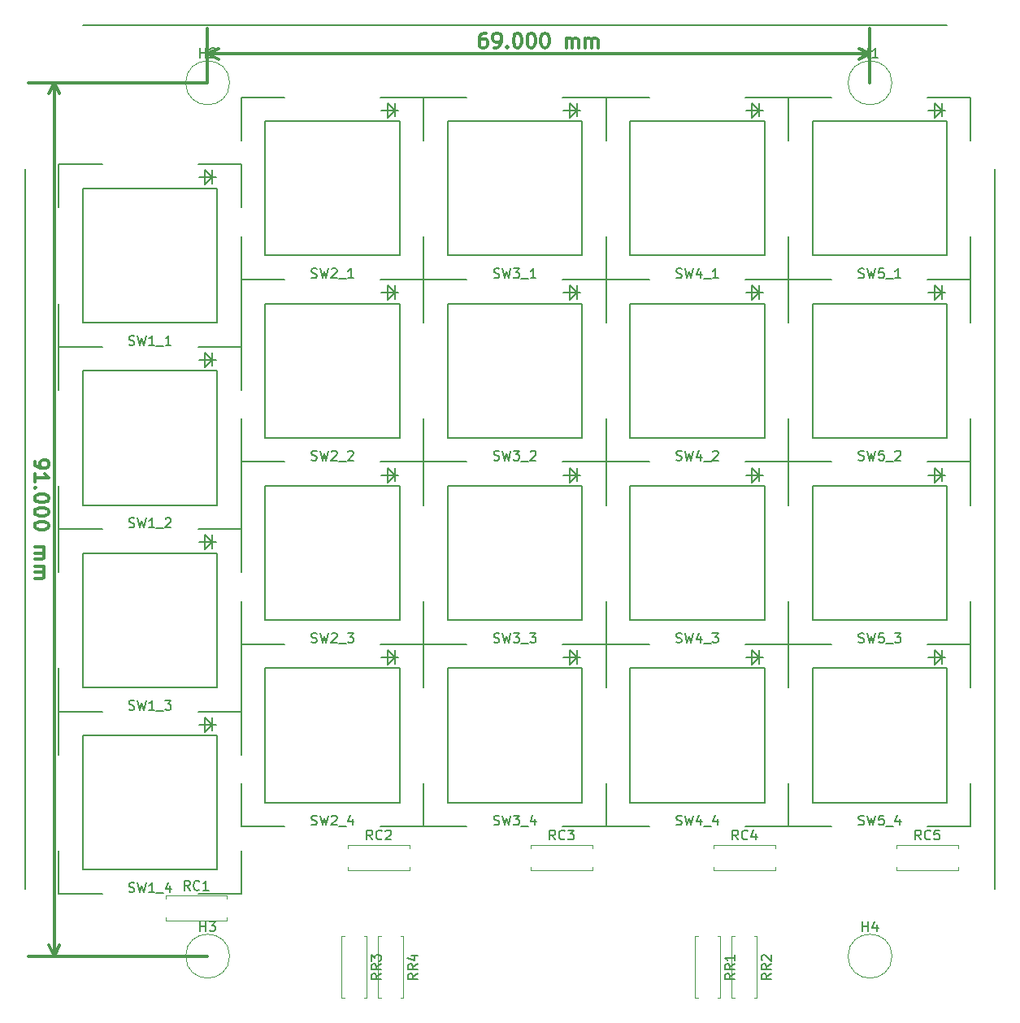
<source format=gbr>
%TF.GenerationSoftware,KiCad,Pcbnew,4.0.7*%
%TF.CreationDate,2017-11-07T22:47:46+00:00*%
%TF.ProjectId,gamepad,67616D657061642E6B696361645F7063,rev?*%
%TF.FileFunction,Legend,Top*%
%FSLAX46Y46*%
G04 Gerber Fmt 4.6, Leading zero omitted, Abs format (unit mm)*
G04 Created by KiCad (PCBNEW 4.0.7) date 11/07/17 22:47:46*
%MOMM*%
%LPD*%
G01*
G04 APERTURE LIST*
%ADD10C,0.100000*%
%ADD11C,0.200000*%
%ADD12C,0.300000*%
%ADD13C,0.120000*%
%ADD14C,0.150000*%
G04 APERTURE END LIST*
D10*
D11*
X148000000Y-129000000D02*
X148000000Y-54000000D01*
X47000000Y-54000000D02*
X47000000Y-129000000D01*
X143000000Y-39000000D02*
X53000000Y-39000000D01*
D12*
X47971429Y-84428572D02*
X47971429Y-84714287D01*
X48042857Y-84857144D01*
X48114286Y-84928572D01*
X48328571Y-85071430D01*
X48614286Y-85142858D01*
X49185714Y-85142858D01*
X49328571Y-85071430D01*
X49400000Y-85000001D01*
X49471429Y-84857144D01*
X49471429Y-84571430D01*
X49400000Y-84428572D01*
X49328571Y-84357144D01*
X49185714Y-84285715D01*
X48828571Y-84285715D01*
X48685714Y-84357144D01*
X48614286Y-84428572D01*
X48542857Y-84571430D01*
X48542857Y-84857144D01*
X48614286Y-85000001D01*
X48685714Y-85071430D01*
X48828571Y-85142858D01*
X47971429Y-86571429D02*
X47971429Y-85714286D01*
X47971429Y-86142858D02*
X49471429Y-86142858D01*
X49257143Y-86000001D01*
X49114286Y-85857143D01*
X49042857Y-85714286D01*
X48114286Y-87214286D02*
X48042857Y-87285714D01*
X47971429Y-87214286D01*
X48042857Y-87142857D01*
X48114286Y-87214286D01*
X47971429Y-87214286D01*
X49471429Y-88214286D02*
X49471429Y-88357143D01*
X49400000Y-88500000D01*
X49328571Y-88571429D01*
X49185714Y-88642858D01*
X48900000Y-88714286D01*
X48542857Y-88714286D01*
X48257143Y-88642858D01*
X48114286Y-88571429D01*
X48042857Y-88500000D01*
X47971429Y-88357143D01*
X47971429Y-88214286D01*
X48042857Y-88071429D01*
X48114286Y-88000000D01*
X48257143Y-87928572D01*
X48542857Y-87857143D01*
X48900000Y-87857143D01*
X49185714Y-87928572D01*
X49328571Y-88000000D01*
X49400000Y-88071429D01*
X49471429Y-88214286D01*
X49471429Y-89642857D02*
X49471429Y-89785714D01*
X49400000Y-89928571D01*
X49328571Y-90000000D01*
X49185714Y-90071429D01*
X48900000Y-90142857D01*
X48542857Y-90142857D01*
X48257143Y-90071429D01*
X48114286Y-90000000D01*
X48042857Y-89928571D01*
X47971429Y-89785714D01*
X47971429Y-89642857D01*
X48042857Y-89500000D01*
X48114286Y-89428571D01*
X48257143Y-89357143D01*
X48542857Y-89285714D01*
X48900000Y-89285714D01*
X49185714Y-89357143D01*
X49328571Y-89428571D01*
X49400000Y-89500000D01*
X49471429Y-89642857D01*
X49471429Y-91071428D02*
X49471429Y-91214285D01*
X49400000Y-91357142D01*
X49328571Y-91428571D01*
X49185714Y-91500000D01*
X48900000Y-91571428D01*
X48542857Y-91571428D01*
X48257143Y-91500000D01*
X48114286Y-91428571D01*
X48042857Y-91357142D01*
X47971429Y-91214285D01*
X47971429Y-91071428D01*
X48042857Y-90928571D01*
X48114286Y-90857142D01*
X48257143Y-90785714D01*
X48542857Y-90714285D01*
X48900000Y-90714285D01*
X49185714Y-90785714D01*
X49328571Y-90857142D01*
X49400000Y-90928571D01*
X49471429Y-91071428D01*
X47971429Y-93357142D02*
X48971429Y-93357142D01*
X48828571Y-93357142D02*
X48900000Y-93428570D01*
X48971429Y-93571428D01*
X48971429Y-93785713D01*
X48900000Y-93928570D01*
X48757143Y-93999999D01*
X47971429Y-93999999D01*
X48757143Y-93999999D02*
X48900000Y-94071428D01*
X48971429Y-94214285D01*
X48971429Y-94428570D01*
X48900000Y-94571428D01*
X48757143Y-94642856D01*
X47971429Y-94642856D01*
X47971429Y-95357142D02*
X48971429Y-95357142D01*
X48828571Y-95357142D02*
X48900000Y-95428570D01*
X48971429Y-95571428D01*
X48971429Y-95785713D01*
X48900000Y-95928570D01*
X48757143Y-95999999D01*
X47971429Y-95999999D01*
X48757143Y-95999999D02*
X48900000Y-96071428D01*
X48971429Y-96214285D01*
X48971429Y-96428570D01*
X48900000Y-96571428D01*
X48757143Y-96642856D01*
X47971429Y-96642856D01*
X50000000Y-45000000D02*
X50000000Y-136000000D01*
X66000000Y-45000000D02*
X47300000Y-45000000D01*
X66000000Y-136000000D02*
X47300000Y-136000000D01*
X50000000Y-136000000D02*
X49413579Y-134873496D01*
X50000000Y-136000000D02*
X50586421Y-134873496D01*
X50000000Y-45000000D02*
X49413579Y-46126504D01*
X50000000Y-45000000D02*
X50586421Y-46126504D01*
X95000001Y-39828571D02*
X94714287Y-39828571D01*
X94571430Y-39900000D01*
X94500001Y-39971429D01*
X94357144Y-40185714D01*
X94285715Y-40471429D01*
X94285715Y-41042857D01*
X94357144Y-41185714D01*
X94428572Y-41257143D01*
X94571430Y-41328571D01*
X94857144Y-41328571D01*
X95000001Y-41257143D01*
X95071430Y-41185714D01*
X95142858Y-41042857D01*
X95142858Y-40685714D01*
X95071430Y-40542857D01*
X95000001Y-40471429D01*
X94857144Y-40400000D01*
X94571430Y-40400000D01*
X94428572Y-40471429D01*
X94357144Y-40542857D01*
X94285715Y-40685714D01*
X95857143Y-41328571D02*
X96142858Y-41328571D01*
X96285715Y-41257143D01*
X96357143Y-41185714D01*
X96500001Y-40971429D01*
X96571429Y-40685714D01*
X96571429Y-40114286D01*
X96500001Y-39971429D01*
X96428572Y-39900000D01*
X96285715Y-39828571D01*
X96000001Y-39828571D01*
X95857143Y-39900000D01*
X95785715Y-39971429D01*
X95714286Y-40114286D01*
X95714286Y-40471429D01*
X95785715Y-40614286D01*
X95857143Y-40685714D01*
X96000001Y-40757143D01*
X96285715Y-40757143D01*
X96428572Y-40685714D01*
X96500001Y-40614286D01*
X96571429Y-40471429D01*
X97214286Y-41185714D02*
X97285714Y-41257143D01*
X97214286Y-41328571D01*
X97142857Y-41257143D01*
X97214286Y-41185714D01*
X97214286Y-41328571D01*
X98214286Y-39828571D02*
X98357143Y-39828571D01*
X98500000Y-39900000D01*
X98571429Y-39971429D01*
X98642858Y-40114286D01*
X98714286Y-40400000D01*
X98714286Y-40757143D01*
X98642858Y-41042857D01*
X98571429Y-41185714D01*
X98500000Y-41257143D01*
X98357143Y-41328571D01*
X98214286Y-41328571D01*
X98071429Y-41257143D01*
X98000000Y-41185714D01*
X97928572Y-41042857D01*
X97857143Y-40757143D01*
X97857143Y-40400000D01*
X97928572Y-40114286D01*
X98000000Y-39971429D01*
X98071429Y-39900000D01*
X98214286Y-39828571D01*
X99642857Y-39828571D02*
X99785714Y-39828571D01*
X99928571Y-39900000D01*
X100000000Y-39971429D01*
X100071429Y-40114286D01*
X100142857Y-40400000D01*
X100142857Y-40757143D01*
X100071429Y-41042857D01*
X100000000Y-41185714D01*
X99928571Y-41257143D01*
X99785714Y-41328571D01*
X99642857Y-41328571D01*
X99500000Y-41257143D01*
X99428571Y-41185714D01*
X99357143Y-41042857D01*
X99285714Y-40757143D01*
X99285714Y-40400000D01*
X99357143Y-40114286D01*
X99428571Y-39971429D01*
X99500000Y-39900000D01*
X99642857Y-39828571D01*
X101071428Y-39828571D02*
X101214285Y-39828571D01*
X101357142Y-39900000D01*
X101428571Y-39971429D01*
X101500000Y-40114286D01*
X101571428Y-40400000D01*
X101571428Y-40757143D01*
X101500000Y-41042857D01*
X101428571Y-41185714D01*
X101357142Y-41257143D01*
X101214285Y-41328571D01*
X101071428Y-41328571D01*
X100928571Y-41257143D01*
X100857142Y-41185714D01*
X100785714Y-41042857D01*
X100714285Y-40757143D01*
X100714285Y-40400000D01*
X100785714Y-40114286D01*
X100857142Y-39971429D01*
X100928571Y-39900000D01*
X101071428Y-39828571D01*
X103357142Y-41328571D02*
X103357142Y-40328571D01*
X103357142Y-40471429D02*
X103428570Y-40400000D01*
X103571428Y-40328571D01*
X103785713Y-40328571D01*
X103928570Y-40400000D01*
X103999999Y-40542857D01*
X103999999Y-41328571D01*
X103999999Y-40542857D02*
X104071428Y-40400000D01*
X104214285Y-40328571D01*
X104428570Y-40328571D01*
X104571428Y-40400000D01*
X104642856Y-40542857D01*
X104642856Y-41328571D01*
X105357142Y-41328571D02*
X105357142Y-40328571D01*
X105357142Y-40471429D02*
X105428570Y-40400000D01*
X105571428Y-40328571D01*
X105785713Y-40328571D01*
X105928570Y-40400000D01*
X105999999Y-40542857D01*
X105999999Y-41328571D01*
X105999999Y-40542857D02*
X106071428Y-40400000D01*
X106214285Y-40328571D01*
X106428570Y-40328571D01*
X106571428Y-40400000D01*
X106642856Y-40542857D01*
X106642856Y-41328571D01*
X66000000Y-42000000D02*
X135000000Y-42000000D01*
X66000000Y-45000000D02*
X66000000Y-39300000D01*
X135000000Y-45000000D02*
X135000000Y-39300000D01*
X135000000Y-42000000D02*
X133873496Y-42586421D01*
X135000000Y-42000000D02*
X133873496Y-41413579D01*
X66000000Y-42000000D02*
X67126504Y-42586421D01*
X66000000Y-42000000D02*
X67126504Y-41413579D01*
D13*
X68286000Y-45000000D02*
G75*
G03X68286000Y-45000000I-2286000J0D01*
G01*
X68286000Y-136000000D02*
G75*
G03X68286000Y-136000000I-2286000J0D01*
G01*
X137286000Y-136000000D02*
G75*
G03X137286000Y-136000000I-2286000J0D01*
G01*
D14*
X66477000Y-73110000D02*
X66477000Y-74507000D01*
X66477000Y-73872000D02*
X65715000Y-73110000D01*
X65715000Y-73110000D02*
X65715000Y-74634000D01*
X65715000Y-74634000D02*
X66477000Y-73872000D01*
X65080000Y-73872000D02*
X66858000Y-73872000D01*
X65000000Y-91500000D02*
X69500000Y-91500000D01*
X50500000Y-87000000D02*
X50500000Y-91500000D01*
X69500000Y-87000000D02*
X69500000Y-91500000D01*
X50500000Y-72500000D02*
X55000000Y-72500000D01*
X50500000Y-72500000D02*
X50500000Y-77000000D01*
X50500000Y-91500000D02*
X55000000Y-91500000D01*
X69500000Y-77000000D02*
X69500000Y-72500000D01*
X69500000Y-72500000D02*
X65000000Y-72500000D01*
X67000000Y-75000000D02*
X67000000Y-89000000D01*
X67000000Y-89000000D02*
X53000000Y-89000000D01*
X53000000Y-89000000D02*
X53000000Y-75000000D01*
X53000000Y-75000000D02*
X67000000Y-75000000D01*
D13*
X61600000Y-130020000D02*
X61600000Y-129690000D01*
X61600000Y-129690000D02*
X68020000Y-129690000D01*
X68020000Y-129690000D02*
X68020000Y-130020000D01*
X61600000Y-131980000D02*
X61600000Y-132310000D01*
X61600000Y-132310000D02*
X68020000Y-132310000D01*
X68020000Y-132310000D02*
X68020000Y-131980000D01*
X80610000Y-124750000D02*
X80610000Y-124420000D01*
X80610000Y-124420000D02*
X87030000Y-124420000D01*
X87030000Y-124420000D02*
X87030000Y-124750000D01*
X80610000Y-126710000D02*
X80610000Y-127040000D01*
X80610000Y-127040000D02*
X87030000Y-127040000D01*
X87030000Y-127040000D02*
X87030000Y-126710000D01*
X99660000Y-124750000D02*
X99660000Y-124420000D01*
X99660000Y-124420000D02*
X106080000Y-124420000D01*
X106080000Y-124420000D02*
X106080000Y-124750000D01*
X99660000Y-126710000D02*
X99660000Y-127040000D01*
X99660000Y-127040000D02*
X106080000Y-127040000D01*
X106080000Y-127040000D02*
X106080000Y-126710000D01*
X118710000Y-124750000D02*
X118710000Y-124420000D01*
X118710000Y-124420000D02*
X125130000Y-124420000D01*
X125130000Y-124420000D02*
X125130000Y-124750000D01*
X118710000Y-126710000D02*
X118710000Y-127040000D01*
X118710000Y-127040000D02*
X125130000Y-127040000D01*
X125130000Y-127040000D02*
X125130000Y-126710000D01*
X137760000Y-124750000D02*
X137760000Y-124420000D01*
X137760000Y-124420000D02*
X144180000Y-124420000D01*
X144180000Y-124420000D02*
X144180000Y-124750000D01*
X137760000Y-126710000D02*
X137760000Y-127040000D01*
X137760000Y-127040000D02*
X144180000Y-127040000D01*
X144180000Y-127040000D02*
X144180000Y-126710000D01*
D14*
X66477000Y-92110000D02*
X66477000Y-93507000D01*
X66477000Y-92872000D02*
X65715000Y-92110000D01*
X65715000Y-92110000D02*
X65715000Y-93634000D01*
X65715000Y-93634000D02*
X66477000Y-92872000D01*
X65080000Y-92872000D02*
X66858000Y-92872000D01*
X65000000Y-110500000D02*
X69500000Y-110500000D01*
X50500000Y-106000000D02*
X50500000Y-110500000D01*
X69500000Y-106000000D02*
X69500000Y-110500000D01*
X50500000Y-91500000D02*
X55000000Y-91500000D01*
X50500000Y-91500000D02*
X50500000Y-96000000D01*
X50500000Y-110500000D02*
X55000000Y-110500000D01*
X69500000Y-96000000D02*
X69500000Y-91500000D01*
X69500000Y-91500000D02*
X65000000Y-91500000D01*
X67000000Y-94000000D02*
X67000000Y-108000000D01*
X67000000Y-108000000D02*
X53000000Y-108000000D01*
X53000000Y-108000000D02*
X53000000Y-94000000D01*
X53000000Y-94000000D02*
X67000000Y-94000000D01*
X66477000Y-54110000D02*
X66477000Y-55507000D01*
X66477000Y-54872000D02*
X65715000Y-54110000D01*
X65715000Y-54110000D02*
X65715000Y-55634000D01*
X65715000Y-55634000D02*
X66477000Y-54872000D01*
X65080000Y-54872000D02*
X66858000Y-54872000D01*
X65000000Y-72500000D02*
X69500000Y-72500000D01*
X50500000Y-68000000D02*
X50500000Y-72500000D01*
X69500000Y-68000000D02*
X69500000Y-72500000D01*
X50500000Y-53500000D02*
X55000000Y-53500000D01*
X50500000Y-53500000D02*
X50500000Y-58000000D01*
X50500000Y-72500000D02*
X55000000Y-72500000D01*
X69500000Y-58000000D02*
X69500000Y-53500000D01*
X69500000Y-53500000D02*
X65000000Y-53500000D01*
X67000000Y-56000000D02*
X67000000Y-70000000D01*
X67000000Y-70000000D02*
X53000000Y-70000000D01*
X53000000Y-70000000D02*
X53000000Y-56000000D01*
X53000000Y-56000000D02*
X67000000Y-56000000D01*
X66477000Y-111110000D02*
X66477000Y-112507000D01*
X66477000Y-111872000D02*
X65715000Y-111110000D01*
X65715000Y-111110000D02*
X65715000Y-112634000D01*
X65715000Y-112634000D02*
X66477000Y-111872000D01*
X65080000Y-111872000D02*
X66858000Y-111872000D01*
X65000000Y-129500000D02*
X69500000Y-129500000D01*
X50500000Y-125000000D02*
X50500000Y-129500000D01*
X69500000Y-125000000D02*
X69500000Y-129500000D01*
X50500000Y-110500000D02*
X55000000Y-110500000D01*
X50500000Y-110500000D02*
X50500000Y-115000000D01*
X50500000Y-129500000D02*
X55000000Y-129500000D01*
X69500000Y-115000000D02*
X69500000Y-110500000D01*
X69500000Y-110500000D02*
X65000000Y-110500000D01*
X67000000Y-113000000D02*
X67000000Y-127000000D01*
X67000000Y-127000000D02*
X53000000Y-127000000D01*
X53000000Y-127000000D02*
X53000000Y-113000000D01*
X53000000Y-113000000D02*
X67000000Y-113000000D01*
X85477000Y-47110000D02*
X85477000Y-48507000D01*
X85477000Y-47872000D02*
X84715000Y-47110000D01*
X84715000Y-47110000D02*
X84715000Y-48634000D01*
X84715000Y-48634000D02*
X85477000Y-47872000D01*
X84080000Y-47872000D02*
X85858000Y-47872000D01*
X84000000Y-65500000D02*
X88500000Y-65500000D01*
X69500000Y-61000000D02*
X69500000Y-65500000D01*
X88500000Y-61000000D02*
X88500000Y-65500000D01*
X69500000Y-46500000D02*
X74000000Y-46500000D01*
X69500000Y-46500000D02*
X69500000Y-51000000D01*
X69500000Y-65500000D02*
X74000000Y-65500000D01*
X88500000Y-51000000D02*
X88500000Y-46500000D01*
X88500000Y-46500000D02*
X84000000Y-46500000D01*
X86000000Y-49000000D02*
X86000000Y-63000000D01*
X86000000Y-63000000D02*
X72000000Y-63000000D01*
X72000000Y-63000000D02*
X72000000Y-49000000D01*
X72000000Y-49000000D02*
X86000000Y-49000000D01*
X85477000Y-66110000D02*
X85477000Y-67507000D01*
X85477000Y-66872000D02*
X84715000Y-66110000D01*
X84715000Y-66110000D02*
X84715000Y-67634000D01*
X84715000Y-67634000D02*
X85477000Y-66872000D01*
X84080000Y-66872000D02*
X85858000Y-66872000D01*
X84000000Y-84500000D02*
X88500000Y-84500000D01*
X69500000Y-80000000D02*
X69500000Y-84500000D01*
X88500000Y-80000000D02*
X88500000Y-84500000D01*
X69500000Y-65500000D02*
X74000000Y-65500000D01*
X69500000Y-65500000D02*
X69500000Y-70000000D01*
X69500000Y-84500000D02*
X74000000Y-84500000D01*
X88500000Y-70000000D02*
X88500000Y-65500000D01*
X88500000Y-65500000D02*
X84000000Y-65500000D01*
X86000000Y-68000000D02*
X86000000Y-82000000D01*
X86000000Y-82000000D02*
X72000000Y-82000000D01*
X72000000Y-82000000D02*
X72000000Y-68000000D01*
X72000000Y-68000000D02*
X86000000Y-68000000D01*
X85477000Y-85110000D02*
X85477000Y-86507000D01*
X85477000Y-85872000D02*
X84715000Y-85110000D01*
X84715000Y-85110000D02*
X84715000Y-86634000D01*
X84715000Y-86634000D02*
X85477000Y-85872000D01*
X84080000Y-85872000D02*
X85858000Y-85872000D01*
X84000000Y-103500000D02*
X88500000Y-103500000D01*
X69500000Y-99000000D02*
X69500000Y-103500000D01*
X88500000Y-99000000D02*
X88500000Y-103500000D01*
X69500000Y-84500000D02*
X74000000Y-84500000D01*
X69500000Y-84500000D02*
X69500000Y-89000000D01*
X69500000Y-103500000D02*
X74000000Y-103500000D01*
X88500000Y-89000000D02*
X88500000Y-84500000D01*
X88500000Y-84500000D02*
X84000000Y-84500000D01*
X86000000Y-87000000D02*
X86000000Y-101000000D01*
X86000000Y-101000000D02*
X72000000Y-101000000D01*
X72000000Y-101000000D02*
X72000000Y-87000000D01*
X72000000Y-87000000D02*
X86000000Y-87000000D01*
X85477000Y-104110000D02*
X85477000Y-105507000D01*
X85477000Y-104872000D02*
X84715000Y-104110000D01*
X84715000Y-104110000D02*
X84715000Y-105634000D01*
X84715000Y-105634000D02*
X85477000Y-104872000D01*
X84080000Y-104872000D02*
X85858000Y-104872000D01*
X84000000Y-122500000D02*
X88500000Y-122500000D01*
X69500000Y-118000000D02*
X69500000Y-122500000D01*
X88500000Y-118000000D02*
X88500000Y-122500000D01*
X69500000Y-103500000D02*
X74000000Y-103500000D01*
X69500000Y-103500000D02*
X69500000Y-108000000D01*
X69500000Y-122500000D02*
X74000000Y-122500000D01*
X88500000Y-108000000D02*
X88500000Y-103500000D01*
X88500000Y-103500000D02*
X84000000Y-103500000D01*
X86000000Y-106000000D02*
X86000000Y-120000000D01*
X86000000Y-120000000D02*
X72000000Y-120000000D01*
X72000000Y-120000000D02*
X72000000Y-106000000D01*
X72000000Y-106000000D02*
X86000000Y-106000000D01*
X104477000Y-66110000D02*
X104477000Y-67507000D01*
X104477000Y-66872000D02*
X103715000Y-66110000D01*
X103715000Y-66110000D02*
X103715000Y-67634000D01*
X103715000Y-67634000D02*
X104477000Y-66872000D01*
X103080000Y-66872000D02*
X104858000Y-66872000D01*
X103000000Y-84500000D02*
X107500000Y-84500000D01*
X88500000Y-80000000D02*
X88500000Y-84500000D01*
X107500000Y-80000000D02*
X107500000Y-84500000D01*
X88500000Y-65500000D02*
X93000000Y-65500000D01*
X88500000Y-65500000D02*
X88500000Y-70000000D01*
X88500000Y-84500000D02*
X93000000Y-84500000D01*
X107500000Y-70000000D02*
X107500000Y-65500000D01*
X107500000Y-65500000D02*
X103000000Y-65500000D01*
X105000000Y-68000000D02*
X105000000Y-82000000D01*
X105000000Y-82000000D02*
X91000000Y-82000000D01*
X91000000Y-82000000D02*
X91000000Y-68000000D01*
X91000000Y-68000000D02*
X105000000Y-68000000D01*
X104477000Y-47110000D02*
X104477000Y-48507000D01*
X104477000Y-47872000D02*
X103715000Y-47110000D01*
X103715000Y-47110000D02*
X103715000Y-48634000D01*
X103715000Y-48634000D02*
X104477000Y-47872000D01*
X103080000Y-47872000D02*
X104858000Y-47872000D01*
X103000000Y-65500000D02*
X107500000Y-65500000D01*
X88500000Y-61000000D02*
X88500000Y-65500000D01*
X107500000Y-61000000D02*
X107500000Y-65500000D01*
X88500000Y-46500000D02*
X93000000Y-46500000D01*
X88500000Y-46500000D02*
X88500000Y-51000000D01*
X88500000Y-65500000D02*
X93000000Y-65500000D01*
X107500000Y-51000000D02*
X107500000Y-46500000D01*
X107500000Y-46500000D02*
X103000000Y-46500000D01*
X105000000Y-49000000D02*
X105000000Y-63000000D01*
X105000000Y-63000000D02*
X91000000Y-63000000D01*
X91000000Y-63000000D02*
X91000000Y-49000000D01*
X91000000Y-49000000D02*
X105000000Y-49000000D01*
X104477000Y-104110000D02*
X104477000Y-105507000D01*
X104477000Y-104872000D02*
X103715000Y-104110000D01*
X103715000Y-104110000D02*
X103715000Y-105634000D01*
X103715000Y-105634000D02*
X104477000Y-104872000D01*
X103080000Y-104872000D02*
X104858000Y-104872000D01*
X103000000Y-122500000D02*
X107500000Y-122500000D01*
X88500000Y-118000000D02*
X88500000Y-122500000D01*
X107500000Y-118000000D02*
X107500000Y-122500000D01*
X88500000Y-103500000D02*
X93000000Y-103500000D01*
X88500000Y-103500000D02*
X88500000Y-108000000D01*
X88500000Y-122500000D02*
X93000000Y-122500000D01*
X107500000Y-108000000D02*
X107500000Y-103500000D01*
X107500000Y-103500000D02*
X103000000Y-103500000D01*
X105000000Y-106000000D02*
X105000000Y-120000000D01*
X105000000Y-120000000D02*
X91000000Y-120000000D01*
X91000000Y-120000000D02*
X91000000Y-106000000D01*
X91000000Y-106000000D02*
X105000000Y-106000000D01*
X104477000Y-85110000D02*
X104477000Y-86507000D01*
X104477000Y-85872000D02*
X103715000Y-85110000D01*
X103715000Y-85110000D02*
X103715000Y-86634000D01*
X103715000Y-86634000D02*
X104477000Y-85872000D01*
X103080000Y-85872000D02*
X104858000Y-85872000D01*
X103000000Y-103500000D02*
X107500000Y-103500000D01*
X88500000Y-99000000D02*
X88500000Y-103500000D01*
X107500000Y-99000000D02*
X107500000Y-103500000D01*
X88500000Y-84500000D02*
X93000000Y-84500000D01*
X88500000Y-84500000D02*
X88500000Y-89000000D01*
X88500000Y-103500000D02*
X93000000Y-103500000D01*
X107500000Y-89000000D02*
X107500000Y-84500000D01*
X107500000Y-84500000D02*
X103000000Y-84500000D01*
X105000000Y-87000000D02*
X105000000Y-101000000D01*
X105000000Y-101000000D02*
X91000000Y-101000000D01*
X91000000Y-101000000D02*
X91000000Y-87000000D01*
X91000000Y-87000000D02*
X105000000Y-87000000D01*
X123477000Y-47110000D02*
X123477000Y-48507000D01*
X123477000Y-47872000D02*
X122715000Y-47110000D01*
X122715000Y-47110000D02*
X122715000Y-48634000D01*
X122715000Y-48634000D02*
X123477000Y-47872000D01*
X122080000Y-47872000D02*
X123858000Y-47872000D01*
X122000000Y-65500000D02*
X126500000Y-65500000D01*
X107500000Y-61000000D02*
X107500000Y-65500000D01*
X126500000Y-61000000D02*
X126500000Y-65500000D01*
X107500000Y-46500000D02*
X112000000Y-46500000D01*
X107500000Y-46500000D02*
X107500000Y-51000000D01*
X107500000Y-65500000D02*
X112000000Y-65500000D01*
X126500000Y-51000000D02*
X126500000Y-46500000D01*
X126500000Y-46500000D02*
X122000000Y-46500000D01*
X124000000Y-49000000D02*
X124000000Y-63000000D01*
X124000000Y-63000000D02*
X110000000Y-63000000D01*
X110000000Y-63000000D02*
X110000000Y-49000000D01*
X110000000Y-49000000D02*
X124000000Y-49000000D01*
X123477000Y-66110000D02*
X123477000Y-67507000D01*
X123477000Y-66872000D02*
X122715000Y-66110000D01*
X122715000Y-66110000D02*
X122715000Y-67634000D01*
X122715000Y-67634000D02*
X123477000Y-66872000D01*
X122080000Y-66872000D02*
X123858000Y-66872000D01*
X122000000Y-84500000D02*
X126500000Y-84500000D01*
X107500000Y-80000000D02*
X107500000Y-84500000D01*
X126500000Y-80000000D02*
X126500000Y-84500000D01*
X107500000Y-65500000D02*
X112000000Y-65500000D01*
X107500000Y-65500000D02*
X107500000Y-70000000D01*
X107500000Y-84500000D02*
X112000000Y-84500000D01*
X126500000Y-70000000D02*
X126500000Y-65500000D01*
X126500000Y-65500000D02*
X122000000Y-65500000D01*
X124000000Y-68000000D02*
X124000000Y-82000000D01*
X124000000Y-82000000D02*
X110000000Y-82000000D01*
X110000000Y-82000000D02*
X110000000Y-68000000D01*
X110000000Y-68000000D02*
X124000000Y-68000000D01*
X123477000Y-85110000D02*
X123477000Y-86507000D01*
X123477000Y-85872000D02*
X122715000Y-85110000D01*
X122715000Y-85110000D02*
X122715000Y-86634000D01*
X122715000Y-86634000D02*
X123477000Y-85872000D01*
X122080000Y-85872000D02*
X123858000Y-85872000D01*
X122000000Y-103500000D02*
X126500000Y-103500000D01*
X107500000Y-99000000D02*
X107500000Y-103500000D01*
X126500000Y-99000000D02*
X126500000Y-103500000D01*
X107500000Y-84500000D02*
X112000000Y-84500000D01*
X107500000Y-84500000D02*
X107500000Y-89000000D01*
X107500000Y-103500000D02*
X112000000Y-103500000D01*
X126500000Y-89000000D02*
X126500000Y-84500000D01*
X126500000Y-84500000D02*
X122000000Y-84500000D01*
X124000000Y-87000000D02*
X124000000Y-101000000D01*
X124000000Y-101000000D02*
X110000000Y-101000000D01*
X110000000Y-101000000D02*
X110000000Y-87000000D01*
X110000000Y-87000000D02*
X124000000Y-87000000D01*
X123477000Y-104110000D02*
X123477000Y-105507000D01*
X123477000Y-104872000D02*
X122715000Y-104110000D01*
X122715000Y-104110000D02*
X122715000Y-105634000D01*
X122715000Y-105634000D02*
X123477000Y-104872000D01*
X122080000Y-104872000D02*
X123858000Y-104872000D01*
X122000000Y-122500000D02*
X126500000Y-122500000D01*
X107500000Y-118000000D02*
X107500000Y-122500000D01*
X126500000Y-118000000D02*
X126500000Y-122500000D01*
X107500000Y-103500000D02*
X112000000Y-103500000D01*
X107500000Y-103500000D02*
X107500000Y-108000000D01*
X107500000Y-122500000D02*
X112000000Y-122500000D01*
X126500000Y-108000000D02*
X126500000Y-103500000D01*
X126500000Y-103500000D02*
X122000000Y-103500000D01*
X124000000Y-106000000D02*
X124000000Y-120000000D01*
X124000000Y-120000000D02*
X110000000Y-120000000D01*
X110000000Y-120000000D02*
X110000000Y-106000000D01*
X110000000Y-106000000D02*
X124000000Y-106000000D01*
X142477000Y-104110000D02*
X142477000Y-105507000D01*
X142477000Y-104872000D02*
X141715000Y-104110000D01*
X141715000Y-104110000D02*
X141715000Y-105634000D01*
X141715000Y-105634000D02*
X142477000Y-104872000D01*
X141080000Y-104872000D02*
X142858000Y-104872000D01*
X141000000Y-122500000D02*
X145500000Y-122500000D01*
X126500000Y-118000000D02*
X126500000Y-122500000D01*
X145500000Y-118000000D02*
X145500000Y-122500000D01*
X126500000Y-103500000D02*
X131000000Y-103500000D01*
X126500000Y-103500000D02*
X126500000Y-108000000D01*
X126500000Y-122500000D02*
X131000000Y-122500000D01*
X145500000Y-108000000D02*
X145500000Y-103500000D01*
X145500000Y-103500000D02*
X141000000Y-103500000D01*
X143000000Y-106000000D02*
X143000000Y-120000000D01*
X143000000Y-120000000D02*
X129000000Y-120000000D01*
X129000000Y-120000000D02*
X129000000Y-106000000D01*
X129000000Y-106000000D02*
X143000000Y-106000000D01*
X142477000Y-85110000D02*
X142477000Y-86507000D01*
X142477000Y-85872000D02*
X141715000Y-85110000D01*
X141715000Y-85110000D02*
X141715000Y-86634000D01*
X141715000Y-86634000D02*
X142477000Y-85872000D01*
X141080000Y-85872000D02*
X142858000Y-85872000D01*
X141000000Y-103500000D02*
X145500000Y-103500000D01*
X126500000Y-99000000D02*
X126500000Y-103500000D01*
X145500000Y-99000000D02*
X145500000Y-103500000D01*
X126500000Y-84500000D02*
X131000000Y-84500000D01*
X126500000Y-84500000D02*
X126500000Y-89000000D01*
X126500000Y-103500000D02*
X131000000Y-103500000D01*
X145500000Y-89000000D02*
X145500000Y-84500000D01*
X145500000Y-84500000D02*
X141000000Y-84500000D01*
X143000000Y-87000000D02*
X143000000Y-101000000D01*
X143000000Y-101000000D02*
X129000000Y-101000000D01*
X129000000Y-101000000D02*
X129000000Y-87000000D01*
X129000000Y-87000000D02*
X143000000Y-87000000D01*
X142477000Y-66110000D02*
X142477000Y-67507000D01*
X142477000Y-66872000D02*
X141715000Y-66110000D01*
X141715000Y-66110000D02*
X141715000Y-67634000D01*
X141715000Y-67634000D02*
X142477000Y-66872000D01*
X141080000Y-66872000D02*
X142858000Y-66872000D01*
X141000000Y-84500000D02*
X145500000Y-84500000D01*
X126500000Y-80000000D02*
X126500000Y-84500000D01*
X145500000Y-80000000D02*
X145500000Y-84500000D01*
X126500000Y-65500000D02*
X131000000Y-65500000D01*
X126500000Y-65500000D02*
X126500000Y-70000000D01*
X126500000Y-84500000D02*
X131000000Y-84500000D01*
X145500000Y-70000000D02*
X145500000Y-65500000D01*
X145500000Y-65500000D02*
X141000000Y-65500000D01*
X143000000Y-68000000D02*
X143000000Y-82000000D01*
X143000000Y-82000000D02*
X129000000Y-82000000D01*
X129000000Y-82000000D02*
X129000000Y-68000000D01*
X129000000Y-68000000D02*
X143000000Y-68000000D01*
X142477000Y-47110000D02*
X142477000Y-48507000D01*
X142477000Y-47872000D02*
X141715000Y-47110000D01*
X141715000Y-47110000D02*
X141715000Y-48634000D01*
X141715000Y-48634000D02*
X142477000Y-47872000D01*
X141080000Y-47872000D02*
X142858000Y-47872000D01*
X141000000Y-65500000D02*
X145500000Y-65500000D01*
X126500000Y-61000000D02*
X126500000Y-65500000D01*
X145500000Y-61000000D02*
X145500000Y-65500000D01*
X126500000Y-46500000D02*
X131000000Y-46500000D01*
X126500000Y-46500000D02*
X126500000Y-51000000D01*
X126500000Y-65500000D02*
X131000000Y-65500000D01*
X145500000Y-51000000D02*
X145500000Y-46500000D01*
X145500000Y-46500000D02*
X141000000Y-46500000D01*
X143000000Y-49000000D02*
X143000000Y-63000000D01*
X143000000Y-63000000D02*
X129000000Y-63000000D01*
X129000000Y-63000000D02*
X129000000Y-49000000D01*
X129000000Y-49000000D02*
X143000000Y-49000000D01*
D13*
X119090000Y-133950000D02*
X119420000Y-133950000D01*
X119420000Y-133950000D02*
X119420000Y-140370000D01*
X119420000Y-140370000D02*
X119090000Y-140370000D01*
X117130000Y-133950000D02*
X116800000Y-133950000D01*
X116800000Y-133950000D02*
X116800000Y-140370000D01*
X116800000Y-140370000D02*
X117130000Y-140370000D01*
X122900000Y-133950000D02*
X123230000Y-133950000D01*
X123230000Y-133950000D02*
X123230000Y-140370000D01*
X123230000Y-140370000D02*
X122900000Y-140370000D01*
X120940000Y-133950000D02*
X120610000Y-133950000D01*
X120610000Y-133950000D02*
X120610000Y-140370000D01*
X120610000Y-140370000D02*
X120940000Y-140370000D01*
X82260000Y-133950000D02*
X82590000Y-133950000D01*
X82590000Y-133950000D02*
X82590000Y-140370000D01*
X82590000Y-140370000D02*
X82260000Y-140370000D01*
X80300000Y-133950000D02*
X79970000Y-133950000D01*
X79970000Y-133950000D02*
X79970000Y-140370000D01*
X79970000Y-140370000D02*
X80300000Y-140370000D01*
X86070000Y-133950000D02*
X86400000Y-133950000D01*
X86400000Y-133950000D02*
X86400000Y-140370000D01*
X86400000Y-140370000D02*
X86070000Y-140370000D01*
X84110000Y-133950000D02*
X83780000Y-133950000D01*
X83780000Y-133950000D02*
X83780000Y-140370000D01*
X83780000Y-140370000D02*
X84110000Y-140370000D01*
X137286000Y-45000000D02*
G75*
G03X137286000Y-45000000I-2286000J0D01*
G01*
D14*
X65238095Y-42404381D02*
X65238095Y-41404381D01*
X65238095Y-41880571D02*
X65809524Y-41880571D01*
X65809524Y-42404381D02*
X65809524Y-41404381D01*
X66238095Y-41499619D02*
X66285714Y-41452000D01*
X66380952Y-41404381D01*
X66619048Y-41404381D01*
X66714286Y-41452000D01*
X66761905Y-41499619D01*
X66809524Y-41594857D01*
X66809524Y-41690095D01*
X66761905Y-41832952D01*
X66190476Y-42404381D01*
X66809524Y-42404381D01*
X65238095Y-133404381D02*
X65238095Y-132404381D01*
X65238095Y-132880571D02*
X65809524Y-132880571D01*
X65809524Y-133404381D02*
X65809524Y-132404381D01*
X66190476Y-132404381D02*
X66809524Y-132404381D01*
X66476190Y-132785333D01*
X66619048Y-132785333D01*
X66714286Y-132832952D01*
X66761905Y-132880571D01*
X66809524Y-132975810D01*
X66809524Y-133213905D01*
X66761905Y-133309143D01*
X66714286Y-133356762D01*
X66619048Y-133404381D01*
X66333333Y-133404381D01*
X66238095Y-133356762D01*
X66190476Y-133309143D01*
X134238095Y-133404381D02*
X134238095Y-132404381D01*
X134238095Y-132880571D02*
X134809524Y-132880571D01*
X134809524Y-133404381D02*
X134809524Y-132404381D01*
X135714286Y-132737714D02*
X135714286Y-133404381D01*
X135476190Y-132356762D02*
X135238095Y-133071048D01*
X135857143Y-133071048D01*
X57809524Y-91294762D02*
X57952381Y-91342381D01*
X58190477Y-91342381D01*
X58285715Y-91294762D01*
X58333334Y-91247143D01*
X58380953Y-91151905D01*
X58380953Y-91056667D01*
X58333334Y-90961429D01*
X58285715Y-90913810D01*
X58190477Y-90866190D01*
X58000000Y-90818571D01*
X57904762Y-90770952D01*
X57857143Y-90723333D01*
X57809524Y-90628095D01*
X57809524Y-90532857D01*
X57857143Y-90437619D01*
X57904762Y-90390000D01*
X58000000Y-90342381D01*
X58238096Y-90342381D01*
X58380953Y-90390000D01*
X58714286Y-90342381D02*
X58952381Y-91342381D01*
X59142858Y-90628095D01*
X59333334Y-91342381D01*
X59571429Y-90342381D01*
X60476191Y-91342381D02*
X59904762Y-91342381D01*
X60190476Y-91342381D02*
X60190476Y-90342381D01*
X60095238Y-90485238D01*
X60000000Y-90580476D01*
X59904762Y-90628095D01*
X60666667Y-91437619D02*
X61428572Y-91437619D01*
X61619048Y-90437619D02*
X61666667Y-90390000D01*
X61761905Y-90342381D01*
X62000001Y-90342381D01*
X62095239Y-90390000D01*
X62142858Y-90437619D01*
X62190477Y-90532857D01*
X62190477Y-90628095D01*
X62142858Y-90770952D01*
X61571429Y-91342381D01*
X62190477Y-91342381D01*
X64143334Y-129142381D02*
X63810000Y-128666190D01*
X63571905Y-129142381D02*
X63571905Y-128142381D01*
X63952858Y-128142381D01*
X64048096Y-128190000D01*
X64095715Y-128237619D01*
X64143334Y-128332857D01*
X64143334Y-128475714D01*
X64095715Y-128570952D01*
X64048096Y-128618571D01*
X63952858Y-128666190D01*
X63571905Y-128666190D01*
X65143334Y-129047143D02*
X65095715Y-129094762D01*
X64952858Y-129142381D01*
X64857620Y-129142381D01*
X64714762Y-129094762D01*
X64619524Y-128999524D01*
X64571905Y-128904286D01*
X64524286Y-128713810D01*
X64524286Y-128570952D01*
X64571905Y-128380476D01*
X64619524Y-128285238D01*
X64714762Y-128190000D01*
X64857620Y-128142381D01*
X64952858Y-128142381D01*
X65095715Y-128190000D01*
X65143334Y-128237619D01*
X66095715Y-129142381D02*
X65524286Y-129142381D01*
X65810000Y-129142381D02*
X65810000Y-128142381D01*
X65714762Y-128285238D01*
X65619524Y-128380476D01*
X65524286Y-128428095D01*
X83153334Y-123872381D02*
X82820000Y-123396190D01*
X82581905Y-123872381D02*
X82581905Y-122872381D01*
X82962858Y-122872381D01*
X83058096Y-122920000D01*
X83105715Y-122967619D01*
X83153334Y-123062857D01*
X83153334Y-123205714D01*
X83105715Y-123300952D01*
X83058096Y-123348571D01*
X82962858Y-123396190D01*
X82581905Y-123396190D01*
X84153334Y-123777143D02*
X84105715Y-123824762D01*
X83962858Y-123872381D01*
X83867620Y-123872381D01*
X83724762Y-123824762D01*
X83629524Y-123729524D01*
X83581905Y-123634286D01*
X83534286Y-123443810D01*
X83534286Y-123300952D01*
X83581905Y-123110476D01*
X83629524Y-123015238D01*
X83724762Y-122920000D01*
X83867620Y-122872381D01*
X83962858Y-122872381D01*
X84105715Y-122920000D01*
X84153334Y-122967619D01*
X84534286Y-122967619D02*
X84581905Y-122920000D01*
X84677143Y-122872381D01*
X84915239Y-122872381D01*
X85010477Y-122920000D01*
X85058096Y-122967619D01*
X85105715Y-123062857D01*
X85105715Y-123158095D01*
X85058096Y-123300952D01*
X84486667Y-123872381D01*
X85105715Y-123872381D01*
X102203334Y-123872381D02*
X101870000Y-123396190D01*
X101631905Y-123872381D02*
X101631905Y-122872381D01*
X102012858Y-122872381D01*
X102108096Y-122920000D01*
X102155715Y-122967619D01*
X102203334Y-123062857D01*
X102203334Y-123205714D01*
X102155715Y-123300952D01*
X102108096Y-123348571D01*
X102012858Y-123396190D01*
X101631905Y-123396190D01*
X103203334Y-123777143D02*
X103155715Y-123824762D01*
X103012858Y-123872381D01*
X102917620Y-123872381D01*
X102774762Y-123824762D01*
X102679524Y-123729524D01*
X102631905Y-123634286D01*
X102584286Y-123443810D01*
X102584286Y-123300952D01*
X102631905Y-123110476D01*
X102679524Y-123015238D01*
X102774762Y-122920000D01*
X102917620Y-122872381D01*
X103012858Y-122872381D01*
X103155715Y-122920000D01*
X103203334Y-122967619D01*
X103536667Y-122872381D02*
X104155715Y-122872381D01*
X103822381Y-123253333D01*
X103965239Y-123253333D01*
X104060477Y-123300952D01*
X104108096Y-123348571D01*
X104155715Y-123443810D01*
X104155715Y-123681905D01*
X104108096Y-123777143D01*
X104060477Y-123824762D01*
X103965239Y-123872381D01*
X103679524Y-123872381D01*
X103584286Y-123824762D01*
X103536667Y-123777143D01*
X121253334Y-123872381D02*
X120920000Y-123396190D01*
X120681905Y-123872381D02*
X120681905Y-122872381D01*
X121062858Y-122872381D01*
X121158096Y-122920000D01*
X121205715Y-122967619D01*
X121253334Y-123062857D01*
X121253334Y-123205714D01*
X121205715Y-123300952D01*
X121158096Y-123348571D01*
X121062858Y-123396190D01*
X120681905Y-123396190D01*
X122253334Y-123777143D02*
X122205715Y-123824762D01*
X122062858Y-123872381D01*
X121967620Y-123872381D01*
X121824762Y-123824762D01*
X121729524Y-123729524D01*
X121681905Y-123634286D01*
X121634286Y-123443810D01*
X121634286Y-123300952D01*
X121681905Y-123110476D01*
X121729524Y-123015238D01*
X121824762Y-122920000D01*
X121967620Y-122872381D01*
X122062858Y-122872381D01*
X122205715Y-122920000D01*
X122253334Y-122967619D01*
X123110477Y-123205714D02*
X123110477Y-123872381D01*
X122872381Y-122824762D02*
X122634286Y-123539048D01*
X123253334Y-123539048D01*
X140303334Y-123872381D02*
X139970000Y-123396190D01*
X139731905Y-123872381D02*
X139731905Y-122872381D01*
X140112858Y-122872381D01*
X140208096Y-122920000D01*
X140255715Y-122967619D01*
X140303334Y-123062857D01*
X140303334Y-123205714D01*
X140255715Y-123300952D01*
X140208096Y-123348571D01*
X140112858Y-123396190D01*
X139731905Y-123396190D01*
X141303334Y-123777143D02*
X141255715Y-123824762D01*
X141112858Y-123872381D01*
X141017620Y-123872381D01*
X140874762Y-123824762D01*
X140779524Y-123729524D01*
X140731905Y-123634286D01*
X140684286Y-123443810D01*
X140684286Y-123300952D01*
X140731905Y-123110476D01*
X140779524Y-123015238D01*
X140874762Y-122920000D01*
X141017620Y-122872381D01*
X141112858Y-122872381D01*
X141255715Y-122920000D01*
X141303334Y-122967619D01*
X142208096Y-122872381D02*
X141731905Y-122872381D01*
X141684286Y-123348571D01*
X141731905Y-123300952D01*
X141827143Y-123253333D01*
X142065239Y-123253333D01*
X142160477Y-123300952D01*
X142208096Y-123348571D01*
X142255715Y-123443810D01*
X142255715Y-123681905D01*
X142208096Y-123777143D01*
X142160477Y-123824762D01*
X142065239Y-123872381D01*
X141827143Y-123872381D01*
X141731905Y-123824762D01*
X141684286Y-123777143D01*
X57809524Y-110294762D02*
X57952381Y-110342381D01*
X58190477Y-110342381D01*
X58285715Y-110294762D01*
X58333334Y-110247143D01*
X58380953Y-110151905D01*
X58380953Y-110056667D01*
X58333334Y-109961429D01*
X58285715Y-109913810D01*
X58190477Y-109866190D01*
X58000000Y-109818571D01*
X57904762Y-109770952D01*
X57857143Y-109723333D01*
X57809524Y-109628095D01*
X57809524Y-109532857D01*
X57857143Y-109437619D01*
X57904762Y-109390000D01*
X58000000Y-109342381D01*
X58238096Y-109342381D01*
X58380953Y-109390000D01*
X58714286Y-109342381D02*
X58952381Y-110342381D01*
X59142858Y-109628095D01*
X59333334Y-110342381D01*
X59571429Y-109342381D01*
X60476191Y-110342381D02*
X59904762Y-110342381D01*
X60190476Y-110342381D02*
X60190476Y-109342381D01*
X60095238Y-109485238D01*
X60000000Y-109580476D01*
X59904762Y-109628095D01*
X60666667Y-110437619D02*
X61428572Y-110437619D01*
X61571429Y-109342381D02*
X62190477Y-109342381D01*
X61857143Y-109723333D01*
X62000001Y-109723333D01*
X62095239Y-109770952D01*
X62142858Y-109818571D01*
X62190477Y-109913810D01*
X62190477Y-110151905D01*
X62142858Y-110247143D01*
X62095239Y-110294762D01*
X62000001Y-110342381D01*
X61714286Y-110342381D01*
X61619048Y-110294762D01*
X61571429Y-110247143D01*
X57809524Y-72294762D02*
X57952381Y-72342381D01*
X58190477Y-72342381D01*
X58285715Y-72294762D01*
X58333334Y-72247143D01*
X58380953Y-72151905D01*
X58380953Y-72056667D01*
X58333334Y-71961429D01*
X58285715Y-71913810D01*
X58190477Y-71866190D01*
X58000000Y-71818571D01*
X57904762Y-71770952D01*
X57857143Y-71723333D01*
X57809524Y-71628095D01*
X57809524Y-71532857D01*
X57857143Y-71437619D01*
X57904762Y-71390000D01*
X58000000Y-71342381D01*
X58238096Y-71342381D01*
X58380953Y-71390000D01*
X58714286Y-71342381D02*
X58952381Y-72342381D01*
X59142858Y-71628095D01*
X59333334Y-72342381D01*
X59571429Y-71342381D01*
X60476191Y-72342381D02*
X59904762Y-72342381D01*
X60190476Y-72342381D02*
X60190476Y-71342381D01*
X60095238Y-71485238D01*
X60000000Y-71580476D01*
X59904762Y-71628095D01*
X60666667Y-72437619D02*
X61428572Y-72437619D01*
X62190477Y-72342381D02*
X61619048Y-72342381D01*
X61904762Y-72342381D02*
X61904762Y-71342381D01*
X61809524Y-71485238D01*
X61714286Y-71580476D01*
X61619048Y-71628095D01*
X57809524Y-129294762D02*
X57952381Y-129342381D01*
X58190477Y-129342381D01*
X58285715Y-129294762D01*
X58333334Y-129247143D01*
X58380953Y-129151905D01*
X58380953Y-129056667D01*
X58333334Y-128961429D01*
X58285715Y-128913810D01*
X58190477Y-128866190D01*
X58000000Y-128818571D01*
X57904762Y-128770952D01*
X57857143Y-128723333D01*
X57809524Y-128628095D01*
X57809524Y-128532857D01*
X57857143Y-128437619D01*
X57904762Y-128390000D01*
X58000000Y-128342381D01*
X58238096Y-128342381D01*
X58380953Y-128390000D01*
X58714286Y-128342381D02*
X58952381Y-129342381D01*
X59142858Y-128628095D01*
X59333334Y-129342381D01*
X59571429Y-128342381D01*
X60476191Y-129342381D02*
X59904762Y-129342381D01*
X60190476Y-129342381D02*
X60190476Y-128342381D01*
X60095238Y-128485238D01*
X60000000Y-128580476D01*
X59904762Y-128628095D01*
X60666667Y-129437619D02*
X61428572Y-129437619D01*
X62095239Y-128675714D02*
X62095239Y-129342381D01*
X61857143Y-128294762D02*
X61619048Y-129009048D01*
X62238096Y-129009048D01*
X76809524Y-65294762D02*
X76952381Y-65342381D01*
X77190477Y-65342381D01*
X77285715Y-65294762D01*
X77333334Y-65247143D01*
X77380953Y-65151905D01*
X77380953Y-65056667D01*
X77333334Y-64961429D01*
X77285715Y-64913810D01*
X77190477Y-64866190D01*
X77000000Y-64818571D01*
X76904762Y-64770952D01*
X76857143Y-64723333D01*
X76809524Y-64628095D01*
X76809524Y-64532857D01*
X76857143Y-64437619D01*
X76904762Y-64390000D01*
X77000000Y-64342381D01*
X77238096Y-64342381D01*
X77380953Y-64390000D01*
X77714286Y-64342381D02*
X77952381Y-65342381D01*
X78142858Y-64628095D01*
X78333334Y-65342381D01*
X78571429Y-64342381D01*
X78904762Y-64437619D02*
X78952381Y-64390000D01*
X79047619Y-64342381D01*
X79285715Y-64342381D01*
X79380953Y-64390000D01*
X79428572Y-64437619D01*
X79476191Y-64532857D01*
X79476191Y-64628095D01*
X79428572Y-64770952D01*
X78857143Y-65342381D01*
X79476191Y-65342381D01*
X79666667Y-65437619D02*
X80428572Y-65437619D01*
X81190477Y-65342381D02*
X80619048Y-65342381D01*
X80904762Y-65342381D02*
X80904762Y-64342381D01*
X80809524Y-64485238D01*
X80714286Y-64580476D01*
X80619048Y-64628095D01*
X76809524Y-84294762D02*
X76952381Y-84342381D01*
X77190477Y-84342381D01*
X77285715Y-84294762D01*
X77333334Y-84247143D01*
X77380953Y-84151905D01*
X77380953Y-84056667D01*
X77333334Y-83961429D01*
X77285715Y-83913810D01*
X77190477Y-83866190D01*
X77000000Y-83818571D01*
X76904762Y-83770952D01*
X76857143Y-83723333D01*
X76809524Y-83628095D01*
X76809524Y-83532857D01*
X76857143Y-83437619D01*
X76904762Y-83390000D01*
X77000000Y-83342381D01*
X77238096Y-83342381D01*
X77380953Y-83390000D01*
X77714286Y-83342381D02*
X77952381Y-84342381D01*
X78142858Y-83628095D01*
X78333334Y-84342381D01*
X78571429Y-83342381D01*
X78904762Y-83437619D02*
X78952381Y-83390000D01*
X79047619Y-83342381D01*
X79285715Y-83342381D01*
X79380953Y-83390000D01*
X79428572Y-83437619D01*
X79476191Y-83532857D01*
X79476191Y-83628095D01*
X79428572Y-83770952D01*
X78857143Y-84342381D01*
X79476191Y-84342381D01*
X79666667Y-84437619D02*
X80428572Y-84437619D01*
X80619048Y-83437619D02*
X80666667Y-83390000D01*
X80761905Y-83342381D01*
X81000001Y-83342381D01*
X81095239Y-83390000D01*
X81142858Y-83437619D01*
X81190477Y-83532857D01*
X81190477Y-83628095D01*
X81142858Y-83770952D01*
X80571429Y-84342381D01*
X81190477Y-84342381D01*
X76809524Y-103294762D02*
X76952381Y-103342381D01*
X77190477Y-103342381D01*
X77285715Y-103294762D01*
X77333334Y-103247143D01*
X77380953Y-103151905D01*
X77380953Y-103056667D01*
X77333334Y-102961429D01*
X77285715Y-102913810D01*
X77190477Y-102866190D01*
X77000000Y-102818571D01*
X76904762Y-102770952D01*
X76857143Y-102723333D01*
X76809524Y-102628095D01*
X76809524Y-102532857D01*
X76857143Y-102437619D01*
X76904762Y-102390000D01*
X77000000Y-102342381D01*
X77238096Y-102342381D01*
X77380953Y-102390000D01*
X77714286Y-102342381D02*
X77952381Y-103342381D01*
X78142858Y-102628095D01*
X78333334Y-103342381D01*
X78571429Y-102342381D01*
X78904762Y-102437619D02*
X78952381Y-102390000D01*
X79047619Y-102342381D01*
X79285715Y-102342381D01*
X79380953Y-102390000D01*
X79428572Y-102437619D01*
X79476191Y-102532857D01*
X79476191Y-102628095D01*
X79428572Y-102770952D01*
X78857143Y-103342381D01*
X79476191Y-103342381D01*
X79666667Y-103437619D02*
X80428572Y-103437619D01*
X80571429Y-102342381D02*
X81190477Y-102342381D01*
X80857143Y-102723333D01*
X81000001Y-102723333D01*
X81095239Y-102770952D01*
X81142858Y-102818571D01*
X81190477Y-102913810D01*
X81190477Y-103151905D01*
X81142858Y-103247143D01*
X81095239Y-103294762D01*
X81000001Y-103342381D01*
X80714286Y-103342381D01*
X80619048Y-103294762D01*
X80571429Y-103247143D01*
X76809524Y-122294762D02*
X76952381Y-122342381D01*
X77190477Y-122342381D01*
X77285715Y-122294762D01*
X77333334Y-122247143D01*
X77380953Y-122151905D01*
X77380953Y-122056667D01*
X77333334Y-121961429D01*
X77285715Y-121913810D01*
X77190477Y-121866190D01*
X77000000Y-121818571D01*
X76904762Y-121770952D01*
X76857143Y-121723333D01*
X76809524Y-121628095D01*
X76809524Y-121532857D01*
X76857143Y-121437619D01*
X76904762Y-121390000D01*
X77000000Y-121342381D01*
X77238096Y-121342381D01*
X77380953Y-121390000D01*
X77714286Y-121342381D02*
X77952381Y-122342381D01*
X78142858Y-121628095D01*
X78333334Y-122342381D01*
X78571429Y-121342381D01*
X78904762Y-121437619D02*
X78952381Y-121390000D01*
X79047619Y-121342381D01*
X79285715Y-121342381D01*
X79380953Y-121390000D01*
X79428572Y-121437619D01*
X79476191Y-121532857D01*
X79476191Y-121628095D01*
X79428572Y-121770952D01*
X78857143Y-122342381D01*
X79476191Y-122342381D01*
X79666667Y-122437619D02*
X80428572Y-122437619D01*
X81095239Y-121675714D02*
X81095239Y-122342381D01*
X80857143Y-121294762D02*
X80619048Y-122009048D01*
X81238096Y-122009048D01*
X95809524Y-84294762D02*
X95952381Y-84342381D01*
X96190477Y-84342381D01*
X96285715Y-84294762D01*
X96333334Y-84247143D01*
X96380953Y-84151905D01*
X96380953Y-84056667D01*
X96333334Y-83961429D01*
X96285715Y-83913810D01*
X96190477Y-83866190D01*
X96000000Y-83818571D01*
X95904762Y-83770952D01*
X95857143Y-83723333D01*
X95809524Y-83628095D01*
X95809524Y-83532857D01*
X95857143Y-83437619D01*
X95904762Y-83390000D01*
X96000000Y-83342381D01*
X96238096Y-83342381D01*
X96380953Y-83390000D01*
X96714286Y-83342381D02*
X96952381Y-84342381D01*
X97142858Y-83628095D01*
X97333334Y-84342381D01*
X97571429Y-83342381D01*
X97857143Y-83342381D02*
X98476191Y-83342381D01*
X98142857Y-83723333D01*
X98285715Y-83723333D01*
X98380953Y-83770952D01*
X98428572Y-83818571D01*
X98476191Y-83913810D01*
X98476191Y-84151905D01*
X98428572Y-84247143D01*
X98380953Y-84294762D01*
X98285715Y-84342381D01*
X98000000Y-84342381D01*
X97904762Y-84294762D01*
X97857143Y-84247143D01*
X98666667Y-84437619D02*
X99428572Y-84437619D01*
X99619048Y-83437619D02*
X99666667Y-83390000D01*
X99761905Y-83342381D01*
X100000001Y-83342381D01*
X100095239Y-83390000D01*
X100142858Y-83437619D01*
X100190477Y-83532857D01*
X100190477Y-83628095D01*
X100142858Y-83770952D01*
X99571429Y-84342381D01*
X100190477Y-84342381D01*
X95809524Y-65294762D02*
X95952381Y-65342381D01*
X96190477Y-65342381D01*
X96285715Y-65294762D01*
X96333334Y-65247143D01*
X96380953Y-65151905D01*
X96380953Y-65056667D01*
X96333334Y-64961429D01*
X96285715Y-64913810D01*
X96190477Y-64866190D01*
X96000000Y-64818571D01*
X95904762Y-64770952D01*
X95857143Y-64723333D01*
X95809524Y-64628095D01*
X95809524Y-64532857D01*
X95857143Y-64437619D01*
X95904762Y-64390000D01*
X96000000Y-64342381D01*
X96238096Y-64342381D01*
X96380953Y-64390000D01*
X96714286Y-64342381D02*
X96952381Y-65342381D01*
X97142858Y-64628095D01*
X97333334Y-65342381D01*
X97571429Y-64342381D01*
X97857143Y-64342381D02*
X98476191Y-64342381D01*
X98142857Y-64723333D01*
X98285715Y-64723333D01*
X98380953Y-64770952D01*
X98428572Y-64818571D01*
X98476191Y-64913810D01*
X98476191Y-65151905D01*
X98428572Y-65247143D01*
X98380953Y-65294762D01*
X98285715Y-65342381D01*
X98000000Y-65342381D01*
X97904762Y-65294762D01*
X97857143Y-65247143D01*
X98666667Y-65437619D02*
X99428572Y-65437619D01*
X100190477Y-65342381D02*
X99619048Y-65342381D01*
X99904762Y-65342381D02*
X99904762Y-64342381D01*
X99809524Y-64485238D01*
X99714286Y-64580476D01*
X99619048Y-64628095D01*
X95809524Y-122294762D02*
X95952381Y-122342381D01*
X96190477Y-122342381D01*
X96285715Y-122294762D01*
X96333334Y-122247143D01*
X96380953Y-122151905D01*
X96380953Y-122056667D01*
X96333334Y-121961429D01*
X96285715Y-121913810D01*
X96190477Y-121866190D01*
X96000000Y-121818571D01*
X95904762Y-121770952D01*
X95857143Y-121723333D01*
X95809524Y-121628095D01*
X95809524Y-121532857D01*
X95857143Y-121437619D01*
X95904762Y-121390000D01*
X96000000Y-121342381D01*
X96238096Y-121342381D01*
X96380953Y-121390000D01*
X96714286Y-121342381D02*
X96952381Y-122342381D01*
X97142858Y-121628095D01*
X97333334Y-122342381D01*
X97571429Y-121342381D01*
X97857143Y-121342381D02*
X98476191Y-121342381D01*
X98142857Y-121723333D01*
X98285715Y-121723333D01*
X98380953Y-121770952D01*
X98428572Y-121818571D01*
X98476191Y-121913810D01*
X98476191Y-122151905D01*
X98428572Y-122247143D01*
X98380953Y-122294762D01*
X98285715Y-122342381D01*
X98000000Y-122342381D01*
X97904762Y-122294762D01*
X97857143Y-122247143D01*
X98666667Y-122437619D02*
X99428572Y-122437619D01*
X100095239Y-121675714D02*
X100095239Y-122342381D01*
X99857143Y-121294762D02*
X99619048Y-122009048D01*
X100238096Y-122009048D01*
X95809524Y-103294762D02*
X95952381Y-103342381D01*
X96190477Y-103342381D01*
X96285715Y-103294762D01*
X96333334Y-103247143D01*
X96380953Y-103151905D01*
X96380953Y-103056667D01*
X96333334Y-102961429D01*
X96285715Y-102913810D01*
X96190477Y-102866190D01*
X96000000Y-102818571D01*
X95904762Y-102770952D01*
X95857143Y-102723333D01*
X95809524Y-102628095D01*
X95809524Y-102532857D01*
X95857143Y-102437619D01*
X95904762Y-102390000D01*
X96000000Y-102342381D01*
X96238096Y-102342381D01*
X96380953Y-102390000D01*
X96714286Y-102342381D02*
X96952381Y-103342381D01*
X97142858Y-102628095D01*
X97333334Y-103342381D01*
X97571429Y-102342381D01*
X97857143Y-102342381D02*
X98476191Y-102342381D01*
X98142857Y-102723333D01*
X98285715Y-102723333D01*
X98380953Y-102770952D01*
X98428572Y-102818571D01*
X98476191Y-102913810D01*
X98476191Y-103151905D01*
X98428572Y-103247143D01*
X98380953Y-103294762D01*
X98285715Y-103342381D01*
X98000000Y-103342381D01*
X97904762Y-103294762D01*
X97857143Y-103247143D01*
X98666667Y-103437619D02*
X99428572Y-103437619D01*
X99571429Y-102342381D02*
X100190477Y-102342381D01*
X99857143Y-102723333D01*
X100000001Y-102723333D01*
X100095239Y-102770952D01*
X100142858Y-102818571D01*
X100190477Y-102913810D01*
X100190477Y-103151905D01*
X100142858Y-103247143D01*
X100095239Y-103294762D01*
X100000001Y-103342381D01*
X99714286Y-103342381D01*
X99619048Y-103294762D01*
X99571429Y-103247143D01*
X114809524Y-65294762D02*
X114952381Y-65342381D01*
X115190477Y-65342381D01*
X115285715Y-65294762D01*
X115333334Y-65247143D01*
X115380953Y-65151905D01*
X115380953Y-65056667D01*
X115333334Y-64961429D01*
X115285715Y-64913810D01*
X115190477Y-64866190D01*
X115000000Y-64818571D01*
X114904762Y-64770952D01*
X114857143Y-64723333D01*
X114809524Y-64628095D01*
X114809524Y-64532857D01*
X114857143Y-64437619D01*
X114904762Y-64390000D01*
X115000000Y-64342381D01*
X115238096Y-64342381D01*
X115380953Y-64390000D01*
X115714286Y-64342381D02*
X115952381Y-65342381D01*
X116142858Y-64628095D01*
X116333334Y-65342381D01*
X116571429Y-64342381D01*
X117380953Y-64675714D02*
X117380953Y-65342381D01*
X117142857Y-64294762D02*
X116904762Y-65009048D01*
X117523810Y-65009048D01*
X117666667Y-65437619D02*
X118428572Y-65437619D01*
X119190477Y-65342381D02*
X118619048Y-65342381D01*
X118904762Y-65342381D02*
X118904762Y-64342381D01*
X118809524Y-64485238D01*
X118714286Y-64580476D01*
X118619048Y-64628095D01*
X114809524Y-84294762D02*
X114952381Y-84342381D01*
X115190477Y-84342381D01*
X115285715Y-84294762D01*
X115333334Y-84247143D01*
X115380953Y-84151905D01*
X115380953Y-84056667D01*
X115333334Y-83961429D01*
X115285715Y-83913810D01*
X115190477Y-83866190D01*
X115000000Y-83818571D01*
X114904762Y-83770952D01*
X114857143Y-83723333D01*
X114809524Y-83628095D01*
X114809524Y-83532857D01*
X114857143Y-83437619D01*
X114904762Y-83390000D01*
X115000000Y-83342381D01*
X115238096Y-83342381D01*
X115380953Y-83390000D01*
X115714286Y-83342381D02*
X115952381Y-84342381D01*
X116142858Y-83628095D01*
X116333334Y-84342381D01*
X116571429Y-83342381D01*
X117380953Y-83675714D02*
X117380953Y-84342381D01*
X117142857Y-83294762D02*
X116904762Y-84009048D01*
X117523810Y-84009048D01*
X117666667Y-84437619D02*
X118428572Y-84437619D01*
X118619048Y-83437619D02*
X118666667Y-83390000D01*
X118761905Y-83342381D01*
X119000001Y-83342381D01*
X119095239Y-83390000D01*
X119142858Y-83437619D01*
X119190477Y-83532857D01*
X119190477Y-83628095D01*
X119142858Y-83770952D01*
X118571429Y-84342381D01*
X119190477Y-84342381D01*
X114809524Y-103294762D02*
X114952381Y-103342381D01*
X115190477Y-103342381D01*
X115285715Y-103294762D01*
X115333334Y-103247143D01*
X115380953Y-103151905D01*
X115380953Y-103056667D01*
X115333334Y-102961429D01*
X115285715Y-102913810D01*
X115190477Y-102866190D01*
X115000000Y-102818571D01*
X114904762Y-102770952D01*
X114857143Y-102723333D01*
X114809524Y-102628095D01*
X114809524Y-102532857D01*
X114857143Y-102437619D01*
X114904762Y-102390000D01*
X115000000Y-102342381D01*
X115238096Y-102342381D01*
X115380953Y-102390000D01*
X115714286Y-102342381D02*
X115952381Y-103342381D01*
X116142858Y-102628095D01*
X116333334Y-103342381D01*
X116571429Y-102342381D01*
X117380953Y-102675714D02*
X117380953Y-103342381D01*
X117142857Y-102294762D02*
X116904762Y-103009048D01*
X117523810Y-103009048D01*
X117666667Y-103437619D02*
X118428572Y-103437619D01*
X118571429Y-102342381D02*
X119190477Y-102342381D01*
X118857143Y-102723333D01*
X119000001Y-102723333D01*
X119095239Y-102770952D01*
X119142858Y-102818571D01*
X119190477Y-102913810D01*
X119190477Y-103151905D01*
X119142858Y-103247143D01*
X119095239Y-103294762D01*
X119000001Y-103342381D01*
X118714286Y-103342381D01*
X118619048Y-103294762D01*
X118571429Y-103247143D01*
X114809524Y-122294762D02*
X114952381Y-122342381D01*
X115190477Y-122342381D01*
X115285715Y-122294762D01*
X115333334Y-122247143D01*
X115380953Y-122151905D01*
X115380953Y-122056667D01*
X115333334Y-121961429D01*
X115285715Y-121913810D01*
X115190477Y-121866190D01*
X115000000Y-121818571D01*
X114904762Y-121770952D01*
X114857143Y-121723333D01*
X114809524Y-121628095D01*
X114809524Y-121532857D01*
X114857143Y-121437619D01*
X114904762Y-121390000D01*
X115000000Y-121342381D01*
X115238096Y-121342381D01*
X115380953Y-121390000D01*
X115714286Y-121342381D02*
X115952381Y-122342381D01*
X116142858Y-121628095D01*
X116333334Y-122342381D01*
X116571429Y-121342381D01*
X117380953Y-121675714D02*
X117380953Y-122342381D01*
X117142857Y-121294762D02*
X116904762Y-122009048D01*
X117523810Y-122009048D01*
X117666667Y-122437619D02*
X118428572Y-122437619D01*
X119095239Y-121675714D02*
X119095239Y-122342381D01*
X118857143Y-121294762D02*
X118619048Y-122009048D01*
X119238096Y-122009048D01*
X133809524Y-122294762D02*
X133952381Y-122342381D01*
X134190477Y-122342381D01*
X134285715Y-122294762D01*
X134333334Y-122247143D01*
X134380953Y-122151905D01*
X134380953Y-122056667D01*
X134333334Y-121961429D01*
X134285715Y-121913810D01*
X134190477Y-121866190D01*
X134000000Y-121818571D01*
X133904762Y-121770952D01*
X133857143Y-121723333D01*
X133809524Y-121628095D01*
X133809524Y-121532857D01*
X133857143Y-121437619D01*
X133904762Y-121390000D01*
X134000000Y-121342381D01*
X134238096Y-121342381D01*
X134380953Y-121390000D01*
X134714286Y-121342381D02*
X134952381Y-122342381D01*
X135142858Y-121628095D01*
X135333334Y-122342381D01*
X135571429Y-121342381D01*
X136428572Y-121342381D02*
X135952381Y-121342381D01*
X135904762Y-121818571D01*
X135952381Y-121770952D01*
X136047619Y-121723333D01*
X136285715Y-121723333D01*
X136380953Y-121770952D01*
X136428572Y-121818571D01*
X136476191Y-121913810D01*
X136476191Y-122151905D01*
X136428572Y-122247143D01*
X136380953Y-122294762D01*
X136285715Y-122342381D01*
X136047619Y-122342381D01*
X135952381Y-122294762D01*
X135904762Y-122247143D01*
X136666667Y-122437619D02*
X137428572Y-122437619D01*
X138095239Y-121675714D02*
X138095239Y-122342381D01*
X137857143Y-121294762D02*
X137619048Y-122009048D01*
X138238096Y-122009048D01*
X133809524Y-103294762D02*
X133952381Y-103342381D01*
X134190477Y-103342381D01*
X134285715Y-103294762D01*
X134333334Y-103247143D01*
X134380953Y-103151905D01*
X134380953Y-103056667D01*
X134333334Y-102961429D01*
X134285715Y-102913810D01*
X134190477Y-102866190D01*
X134000000Y-102818571D01*
X133904762Y-102770952D01*
X133857143Y-102723333D01*
X133809524Y-102628095D01*
X133809524Y-102532857D01*
X133857143Y-102437619D01*
X133904762Y-102390000D01*
X134000000Y-102342381D01*
X134238096Y-102342381D01*
X134380953Y-102390000D01*
X134714286Y-102342381D02*
X134952381Y-103342381D01*
X135142858Y-102628095D01*
X135333334Y-103342381D01*
X135571429Y-102342381D01*
X136428572Y-102342381D02*
X135952381Y-102342381D01*
X135904762Y-102818571D01*
X135952381Y-102770952D01*
X136047619Y-102723333D01*
X136285715Y-102723333D01*
X136380953Y-102770952D01*
X136428572Y-102818571D01*
X136476191Y-102913810D01*
X136476191Y-103151905D01*
X136428572Y-103247143D01*
X136380953Y-103294762D01*
X136285715Y-103342381D01*
X136047619Y-103342381D01*
X135952381Y-103294762D01*
X135904762Y-103247143D01*
X136666667Y-103437619D02*
X137428572Y-103437619D01*
X137571429Y-102342381D02*
X138190477Y-102342381D01*
X137857143Y-102723333D01*
X138000001Y-102723333D01*
X138095239Y-102770952D01*
X138142858Y-102818571D01*
X138190477Y-102913810D01*
X138190477Y-103151905D01*
X138142858Y-103247143D01*
X138095239Y-103294762D01*
X138000001Y-103342381D01*
X137714286Y-103342381D01*
X137619048Y-103294762D01*
X137571429Y-103247143D01*
X133809524Y-84294762D02*
X133952381Y-84342381D01*
X134190477Y-84342381D01*
X134285715Y-84294762D01*
X134333334Y-84247143D01*
X134380953Y-84151905D01*
X134380953Y-84056667D01*
X134333334Y-83961429D01*
X134285715Y-83913810D01*
X134190477Y-83866190D01*
X134000000Y-83818571D01*
X133904762Y-83770952D01*
X133857143Y-83723333D01*
X133809524Y-83628095D01*
X133809524Y-83532857D01*
X133857143Y-83437619D01*
X133904762Y-83390000D01*
X134000000Y-83342381D01*
X134238096Y-83342381D01*
X134380953Y-83390000D01*
X134714286Y-83342381D02*
X134952381Y-84342381D01*
X135142858Y-83628095D01*
X135333334Y-84342381D01*
X135571429Y-83342381D01*
X136428572Y-83342381D02*
X135952381Y-83342381D01*
X135904762Y-83818571D01*
X135952381Y-83770952D01*
X136047619Y-83723333D01*
X136285715Y-83723333D01*
X136380953Y-83770952D01*
X136428572Y-83818571D01*
X136476191Y-83913810D01*
X136476191Y-84151905D01*
X136428572Y-84247143D01*
X136380953Y-84294762D01*
X136285715Y-84342381D01*
X136047619Y-84342381D01*
X135952381Y-84294762D01*
X135904762Y-84247143D01*
X136666667Y-84437619D02*
X137428572Y-84437619D01*
X137619048Y-83437619D02*
X137666667Y-83390000D01*
X137761905Y-83342381D01*
X138000001Y-83342381D01*
X138095239Y-83390000D01*
X138142858Y-83437619D01*
X138190477Y-83532857D01*
X138190477Y-83628095D01*
X138142858Y-83770952D01*
X137571429Y-84342381D01*
X138190477Y-84342381D01*
X133809524Y-65294762D02*
X133952381Y-65342381D01*
X134190477Y-65342381D01*
X134285715Y-65294762D01*
X134333334Y-65247143D01*
X134380953Y-65151905D01*
X134380953Y-65056667D01*
X134333334Y-64961429D01*
X134285715Y-64913810D01*
X134190477Y-64866190D01*
X134000000Y-64818571D01*
X133904762Y-64770952D01*
X133857143Y-64723333D01*
X133809524Y-64628095D01*
X133809524Y-64532857D01*
X133857143Y-64437619D01*
X133904762Y-64390000D01*
X134000000Y-64342381D01*
X134238096Y-64342381D01*
X134380953Y-64390000D01*
X134714286Y-64342381D02*
X134952381Y-65342381D01*
X135142858Y-64628095D01*
X135333334Y-65342381D01*
X135571429Y-64342381D01*
X136428572Y-64342381D02*
X135952381Y-64342381D01*
X135904762Y-64818571D01*
X135952381Y-64770952D01*
X136047619Y-64723333D01*
X136285715Y-64723333D01*
X136380953Y-64770952D01*
X136428572Y-64818571D01*
X136476191Y-64913810D01*
X136476191Y-65151905D01*
X136428572Y-65247143D01*
X136380953Y-65294762D01*
X136285715Y-65342381D01*
X136047619Y-65342381D01*
X135952381Y-65294762D01*
X135904762Y-65247143D01*
X136666667Y-65437619D02*
X137428572Y-65437619D01*
X138190477Y-65342381D02*
X137619048Y-65342381D01*
X137904762Y-65342381D02*
X137904762Y-64342381D01*
X137809524Y-64485238D01*
X137714286Y-64580476D01*
X137619048Y-64628095D01*
X120872381Y-137826666D02*
X120396190Y-138160000D01*
X120872381Y-138398095D02*
X119872381Y-138398095D01*
X119872381Y-138017142D01*
X119920000Y-137921904D01*
X119967619Y-137874285D01*
X120062857Y-137826666D01*
X120205714Y-137826666D01*
X120300952Y-137874285D01*
X120348571Y-137921904D01*
X120396190Y-138017142D01*
X120396190Y-138398095D01*
X120872381Y-136826666D02*
X120396190Y-137160000D01*
X120872381Y-137398095D02*
X119872381Y-137398095D01*
X119872381Y-137017142D01*
X119920000Y-136921904D01*
X119967619Y-136874285D01*
X120062857Y-136826666D01*
X120205714Y-136826666D01*
X120300952Y-136874285D01*
X120348571Y-136921904D01*
X120396190Y-137017142D01*
X120396190Y-137398095D01*
X120872381Y-135874285D02*
X120872381Y-136445714D01*
X120872381Y-136160000D02*
X119872381Y-136160000D01*
X120015238Y-136255238D01*
X120110476Y-136350476D01*
X120158095Y-136445714D01*
X124682381Y-137826666D02*
X124206190Y-138160000D01*
X124682381Y-138398095D02*
X123682381Y-138398095D01*
X123682381Y-138017142D01*
X123730000Y-137921904D01*
X123777619Y-137874285D01*
X123872857Y-137826666D01*
X124015714Y-137826666D01*
X124110952Y-137874285D01*
X124158571Y-137921904D01*
X124206190Y-138017142D01*
X124206190Y-138398095D01*
X124682381Y-136826666D02*
X124206190Y-137160000D01*
X124682381Y-137398095D02*
X123682381Y-137398095D01*
X123682381Y-137017142D01*
X123730000Y-136921904D01*
X123777619Y-136874285D01*
X123872857Y-136826666D01*
X124015714Y-136826666D01*
X124110952Y-136874285D01*
X124158571Y-136921904D01*
X124206190Y-137017142D01*
X124206190Y-137398095D01*
X123777619Y-136445714D02*
X123730000Y-136398095D01*
X123682381Y-136302857D01*
X123682381Y-136064761D01*
X123730000Y-135969523D01*
X123777619Y-135921904D01*
X123872857Y-135874285D01*
X123968095Y-135874285D01*
X124110952Y-135921904D01*
X124682381Y-136493333D01*
X124682381Y-135874285D01*
X84042381Y-137826666D02*
X83566190Y-138160000D01*
X84042381Y-138398095D02*
X83042381Y-138398095D01*
X83042381Y-138017142D01*
X83090000Y-137921904D01*
X83137619Y-137874285D01*
X83232857Y-137826666D01*
X83375714Y-137826666D01*
X83470952Y-137874285D01*
X83518571Y-137921904D01*
X83566190Y-138017142D01*
X83566190Y-138398095D01*
X84042381Y-136826666D02*
X83566190Y-137160000D01*
X84042381Y-137398095D02*
X83042381Y-137398095D01*
X83042381Y-137017142D01*
X83090000Y-136921904D01*
X83137619Y-136874285D01*
X83232857Y-136826666D01*
X83375714Y-136826666D01*
X83470952Y-136874285D01*
X83518571Y-136921904D01*
X83566190Y-137017142D01*
X83566190Y-137398095D01*
X83042381Y-136493333D02*
X83042381Y-135874285D01*
X83423333Y-136207619D01*
X83423333Y-136064761D01*
X83470952Y-135969523D01*
X83518571Y-135921904D01*
X83613810Y-135874285D01*
X83851905Y-135874285D01*
X83947143Y-135921904D01*
X83994762Y-135969523D01*
X84042381Y-136064761D01*
X84042381Y-136350476D01*
X83994762Y-136445714D01*
X83947143Y-136493333D01*
X87852381Y-137826666D02*
X87376190Y-138160000D01*
X87852381Y-138398095D02*
X86852381Y-138398095D01*
X86852381Y-138017142D01*
X86900000Y-137921904D01*
X86947619Y-137874285D01*
X87042857Y-137826666D01*
X87185714Y-137826666D01*
X87280952Y-137874285D01*
X87328571Y-137921904D01*
X87376190Y-138017142D01*
X87376190Y-138398095D01*
X87852381Y-136826666D02*
X87376190Y-137160000D01*
X87852381Y-137398095D02*
X86852381Y-137398095D01*
X86852381Y-137017142D01*
X86900000Y-136921904D01*
X86947619Y-136874285D01*
X87042857Y-136826666D01*
X87185714Y-136826666D01*
X87280952Y-136874285D01*
X87328571Y-136921904D01*
X87376190Y-137017142D01*
X87376190Y-137398095D01*
X87185714Y-135969523D02*
X87852381Y-135969523D01*
X86804762Y-136207619D02*
X87519048Y-136445714D01*
X87519048Y-135826666D01*
X134238095Y-42404381D02*
X134238095Y-41404381D01*
X134238095Y-41880571D02*
X134809524Y-41880571D01*
X134809524Y-42404381D02*
X134809524Y-41404381D01*
X135809524Y-42404381D02*
X135238095Y-42404381D01*
X135523809Y-42404381D02*
X135523809Y-41404381D01*
X135428571Y-41547238D01*
X135333333Y-41642476D01*
X135238095Y-41690095D01*
M02*

</source>
